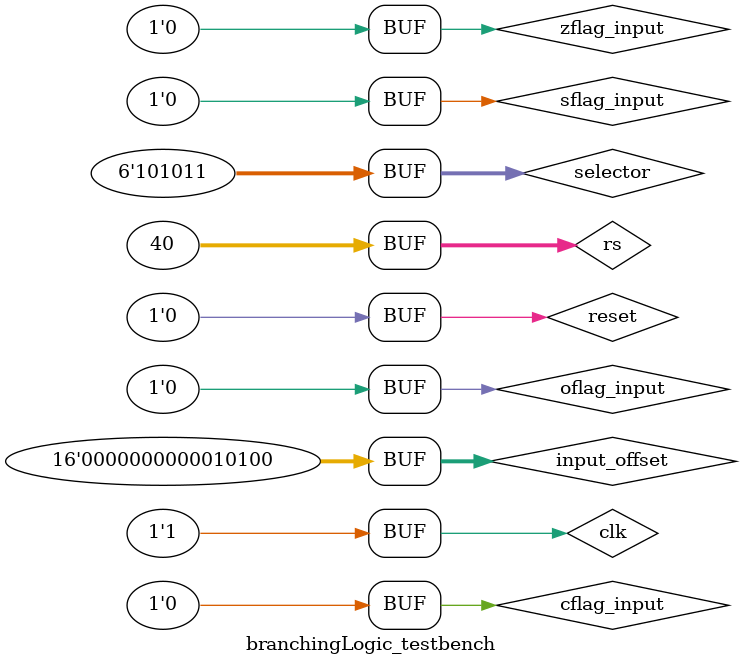
<source format=v>
`timescale 1ns / 1ps


module branchingLogic_testbench;

	// Inputs
	reg clk;
	reg [5:0] selector;
	reg [15:0] input_offset;
	reg [31:0] rs;
	reg reset;
	reg zflag_input;
	reg oflag_input;
	reg cflag_input;
	reg sflag_input;

	// Outputs
	wire [15:0] output_offset;
	wire branch_flag;

	// Instantiate the Unit Under Test (UUT)
	branchingLogic uut (
		.clk(clk), 
		.selector(selector), 
		.input_offset(input_offset), 
		.rs(rs), 
		.reset(reset), 
		.zflag_input(zflag_input), 
		.oflag_input(oflag_input), 
		.cflag_input(cflag_input), 
		.sflag_input(sflag_input), 
		.output_offset(output_offset), 
		.branch_flag(branch_flag)
	);

	initial begin
		// Initialize Inputs
		clk = 0;
		selector = 0;
		input_offset = 0;
		rs = 0;
		reset = 0;
		zflag_input = 0;
		oflag_input = 0;
		cflag_input = 0;
		sflag_input = 0;

		// Wait 100 ns for global reset to finish
		#100;
        
		// Add stimulus here
		$monitor("clk = %b, selector=%b,input_offset=%b,rs=%b,cflag_input=%b,zflag_input=%b,sflag_input=%b,oflag_input=%b,output_offset=%b,branch_flag=%b",clk,selector,input_offset,rs,cflag_input,zflag_input,sflag_input,oflag_input,output_offset,branch_flag);
			
			
			// Exhaustive tests! 2 clks for all instructions due to flip flops
			
			#10 clk = 0; selector = 6'b100000; input_offset = 20; rs = 40; zflag_input = 0; oflag_input = 0; cflag_input = 0; sflag_input = 0; 
			#10 clk = 1; selector = 6'b100000; input_offset = 20; rs = 40; zflag_input = 0; oflag_input = 0; cflag_input = 0; sflag_input = 0; 
			#10 clk = 0; selector = 6'b100000; input_offset = 20; rs = 40; zflag_input = 0; oflag_input = 0; cflag_input = 0; sflag_input = 0; 
			#10 clk = 1; selector = 6'b100000; input_offset = 20; rs = 40; zflag_input = 0; oflag_input = 0; cflag_input = 0; sflag_input = 0; 
			
			#10 clk = 0; selector = 6'b100001; input_offset = 20; rs = 40; zflag_input = 0; oflag_input = 0; cflag_input = 0; sflag_input = 0;
			#10 clk = 1; selector = 6'b100001; input_offset = 20; rs = 40; zflag_input = 0; oflag_input = 0; cflag_input = 0; sflag_input = 0;
			#10 clk = 0; selector = 6'b100001; input_offset = 20; rs = 40; zflag_input = 0; oflag_input = 0; cflag_input = 0; sflag_input = 0;
			#10 clk = 1; selector = 6'b100001; input_offset = 20; rs = 40; zflag_input = 0; oflag_input = 0; cflag_input = 0; sflag_input = 0;
			
			#10 clk = 0; selector = 6'b100010; input_offset = 20; rs = 40; zflag_input = 1; oflag_input = 0; cflag_input = 0; sflag_input = 0; //bz
			#10 clk = 1; selector = 6'b100010; input_offset = 20; rs = 40; zflag_input = 1; oflag_input = 0; cflag_input = 0; sflag_input = 0; //bz
			#10 clk = 0; selector = 6'b100010; input_offset = 20; rs = 40; zflag_input = 1; oflag_input = 0; cflag_input = 0; sflag_input = 0; //bz
			#10 clk = 1; selector = 6'b100010; input_offset = 20; rs = 40; zflag_input = 1; oflag_input = 0; cflag_input = 0; sflag_input = 0; //bz
			
			#10 clk = 0; selector = 6'b100010; input_offset = 20; rs = 40; zflag_input = 0; oflag_input = 0; cflag_input = 0; sflag_input = 0;
			#10 clk = 1; selector = 6'b100010; input_offset = 20; rs = 40; zflag_input = 0; oflag_input = 0; cflag_input = 0; sflag_input = 0;
			#10 clk = 0; selector = 6'b100010; input_offset = 20; rs = 40; zflag_input = 0; oflag_input = 0; cflag_input = 0; sflag_input = 0;
			#10 clk = 1; selector = 6'b100010; input_offset = 20; rs = 40; zflag_input = 0; oflag_input = 0; cflag_input = 0; sflag_input = 0;
			
			#10 clk = 0; selector = 6'b100011; input_offset = 20; rs = 40; zflag_input = 0; oflag_input = 0; cflag_input = 0; sflag_input = 0; //bnz
			#10 clk = 1; selector = 6'b100011; input_offset = 20; rs = 40; zflag_input = 0; oflag_input = 0; cflag_input = 0; sflag_input = 0; //bnz
			#10 clk = 0; selector = 6'b100011; input_offset = 20; rs = 40; zflag_input = 0; oflag_input = 0; cflag_input = 0; sflag_input = 0; //bnz
			#10 clk = 1; selector = 6'b100011; input_offset = 20; rs = 40; zflag_input = 0; oflag_input = 0; cflag_input = 0; sflag_input = 0; //bnz
			
			#10 clk = 0; selector = 6'b100011; input_offset = 20; rs = 40; zflag_input = 1; oflag_input = 0; cflag_input = 0; sflag_input = 0;			
			#10 clk = 1; selector = 6'b100011; input_offset = 20; rs = 40; zflag_input = 1; oflag_input = 0; cflag_input = 0; sflag_input = 0;			
			#10 clk = 0; selector = 6'b100011; input_offset = 20; rs = 40; zflag_input = 1; oflag_input = 0; cflag_input = 0; sflag_input = 0;			
			#10 clk = 1; selector = 6'b100011; input_offset = 20; rs = 40; zflag_input = 1; oflag_input = 0; cflag_input = 0; sflag_input = 0;			
			
			#10 clk = 0; selector = 6'b100100; input_offset = 20; rs = 40; zflag_input = 0; oflag_input = 0; cflag_input = 1; sflag_input = 0; //bcy
			#10 clk = 1; selector = 6'b100100; input_offset = 20; rs = 40; zflag_input = 0; oflag_input = 0; cflag_input = 1; sflag_input = 0; //bcy
			#10 clk = 0; selector = 6'b100100; input_offset = 20; rs = 40; zflag_input = 0; oflag_input = 0; cflag_input = 1; sflag_input = 0; //bcy
			#10 clk = 1; selector = 6'b100100; input_offset = 20; rs = 40; zflag_input = 0; oflag_input = 0; cflag_input = 1; sflag_input = 0; //bcy
			
			#10 clk = 0; selector = 6'b100100; input_offset = 20; rs = 40; zflag_input = 0; oflag_input = 0; cflag_input = 0; sflag_input = 0;
			#10 clk = 1; selector = 6'b100100; input_offset = 20; rs = 40; zflag_input = 0; oflag_input = 0; cflag_input = 0; sflag_input = 0;
			#10 clk = 0; selector = 6'b100100; input_offset = 20; rs = 40; zflag_input = 0; oflag_input = 0; cflag_input = 0; sflag_input = 0;
			#10 clk = 1; selector = 6'b100100; input_offset = 20; rs = 40; zflag_input = 0; oflag_input = 0; cflag_input = 0; sflag_input = 0;
			
			#10 clk = 0; selector = 6'b100101; input_offset = 20; rs = 40; zflag_input = 0; oflag_input = 0; cflag_input = 0; sflag_input = 0; //bncy
			#10 clk = 1; selector = 6'b100101; input_offset = 20; rs = 40; zflag_input = 0; oflag_input = 0; cflag_input = 0; sflag_input = 0; //bncy
			#10 clk = 0; selector = 6'b100101; input_offset = 20; rs = 40; zflag_input = 0; oflag_input = 0; cflag_input = 0; sflag_input = 0; //bncy
			#10 clk = 1; selector = 6'b100101; input_offset = 20; rs = 40; zflag_input = 0; oflag_input = 0; cflag_input = 0; sflag_input = 0; //bncy
			
			#10 clk = 0; selector = 6'b100101; input_offset = 20; rs = 40; zflag_input = 0; oflag_input = 0; cflag_input = 1; sflag_input = 0;			
			#10 clk = 1; selector = 6'b100101; input_offset = 20; rs = 40; zflag_input = 0; oflag_input = 0; cflag_input = 1; sflag_input = 0;			
			#10 clk = 0; selector = 6'b100101; input_offset = 20; rs = 40; zflag_input = 0; oflag_input = 0; cflag_input = 1; sflag_input = 0;			
			#10 clk = 1; selector = 6'b100101; input_offset = 20; rs = 40; zflag_input = 0; oflag_input = 0; cflag_input = 1; sflag_input = 0;			
			
			#10 clk = 0; selector = 6'b100110; input_offset = 20; rs = 40; zflag_input = 0; oflag_input = 0; cflag_input = 0; sflag_input = 1; //bs
			#10 clk = 1; selector = 6'b100110; input_offset = 20; rs = 40; zflag_input = 0; oflag_input = 0; cflag_input = 0; sflag_input = 1; //bs
			#10 clk = 0; selector = 6'b100110; input_offset = 20; rs = 40; zflag_input = 0; oflag_input = 0; cflag_input = 0; sflag_input = 1; //bs
			#10 clk = 1; selector = 6'b100110; input_offset = 20; rs = 40; zflag_input = 0; oflag_input = 0; cflag_input = 0; sflag_input = 1; //bs
			
			#10 clk = 0; selector = 6'b100110; input_offset = 20; rs = 40; zflag_input = 0; oflag_input = 0; cflag_input = 0; sflag_input = 0;
			#10 clk = 1; selector = 6'b100110; input_offset = 20; rs = 40; zflag_input = 0; oflag_input = 0; cflag_input = 0; sflag_input = 0;
			#10 clk = 0; selector = 6'b100110; input_offset = 20; rs = 40; zflag_input = 0; oflag_input = 0; cflag_input = 0; sflag_input = 0;
			#10 clk = 1; selector = 6'b100110; input_offset = 20; rs = 40; zflag_input = 0; oflag_input = 0; cflag_input = 0; sflag_input = 0;
			
			#10 clk = 0; selector = 6'b100111; input_offset = 20; rs = 40; zflag_input = 0; oflag_input = 0; cflag_input = 0; sflag_input = 0; //bns
			#10 clk = 1; selector = 6'b100111; input_offset = 20; rs = 40; zflag_input = 0; oflag_input = 0; cflag_input = 0; sflag_input = 0; //bns
			#10 clk = 0; selector = 6'b100111; input_offset = 20; rs = 40; zflag_input = 0; oflag_input = 0; cflag_input = 0; sflag_input = 0; //bns
			#10 clk = 1; selector = 6'b100111; input_offset = 20; rs = 40; zflag_input = 0; oflag_input = 0; cflag_input = 0; sflag_input = 0; //bns
			
			#10 clk = 0; selector = 6'b100111; input_offset = 20; rs = 40; zflag_input = 0; oflag_input = 0; cflag_input = 0; sflag_input = 1;
			#10 clk = 1; selector = 6'b100111; input_offset = 20; rs = 40; zflag_input = 0; oflag_input = 0; cflag_input = 0; sflag_input = 1;
			#10 clk = 0; selector = 6'b100111; input_offset = 20; rs = 40; zflag_input = 0; oflag_input = 0; cflag_input = 0; sflag_input = 1;
			#10 clk = 1; selector = 6'b100111; input_offset = 20; rs = 40; zflag_input = 0; oflag_input = 0; cflag_input = 0; sflag_input = 1;
			
			#10 clk = 0; selector = 6'b101000; input_offset = 20; rs = 40; zflag_input = 0; oflag_input = 1; cflag_input = 0; sflag_input = 0; //bv
			#10 clk = 1; selector = 6'b101000; input_offset = 20; rs = 40; zflag_input = 0; oflag_input = 1; cflag_input = 0; sflag_input = 0; //bv
			#10 clk = 0; selector = 6'b101000; input_offset = 20; rs = 40; zflag_input = 0; oflag_input = 1; cflag_input = 0; sflag_input = 0; //bv
			#10 clk = 1; selector = 6'b101000; input_offset = 20; rs = 40; zflag_input = 0; oflag_input = 1; cflag_input = 0; sflag_input = 0; //bv
			
			#10 clk = 0; selector = 6'b101000; input_offset = 20; rs = 40; zflag_input = 0; oflag_input = 0; cflag_input = 0; sflag_input = 0;
			#10 clk = 1; selector = 6'b101000; input_offset = 20; rs = 40; zflag_input = 0; oflag_input = 0; cflag_input = 0; sflag_input = 0;
			#10 clk = 0; selector = 6'b101000; input_offset = 20; rs = 40; zflag_input = 0; oflag_input = 0; cflag_input = 0; sflag_input = 0;
			#10 clk = 1; selector = 6'b101000; input_offset = 20; rs = 40; zflag_input = 0; oflag_input = 0; cflag_input = 0; sflag_input = 0;
			
			#10 clk = 0; selector = 6'b101001; input_offset = 20; rs = 40; zflag_input = 0; oflag_input = 0; cflag_input = 0; sflag_input = 0; //bnv
			#10 clk = 1; selector = 6'b101001; input_offset = 20; rs = 40; zflag_input = 0; oflag_input = 0; cflag_input = 0; sflag_input = 0; //bnv
			#10 clk = 0; selector = 6'b101001; input_offset = 20; rs = 40; zflag_input = 0; oflag_input = 0; cflag_input = 0; sflag_input = 0; //bnv
			#10 clk = 1; selector = 6'b101001; input_offset = 20; rs = 40; zflag_input = 0; oflag_input = 0; cflag_input = 0; sflag_input = 0; //bnv
			
			#10 clk = 0; selector = 6'b101001; input_offset = 20; rs = 40; zflag_input = 0; oflag_input = 1; cflag_input = 0; sflag_input = 0;
			#10 clk = 1; selector = 6'b101001; input_offset = 20; rs = 40; zflag_input = 0; oflag_input = 1; cflag_input = 0; sflag_input = 0;
			#10 clk = 0; selector = 6'b101001; input_offset = 20; rs = 40; zflag_input = 0; oflag_input = 1; cflag_input = 0; sflag_input = 0;
			#10 clk = 1; selector = 6'b101001; input_offset = 20; rs = 40; zflag_input = 0; oflag_input = 1; cflag_input = 0; sflag_input = 0;
			
			#10 clk = 0; selector = 6'b101010; input_offset = 20; rs = 40; zflag_input = 0; oflag_input = 0; cflag_input = 0; sflag_input = 0; //Call
			#10 clk = 1; selector = 6'b101010; input_offset = 20; rs = 40; zflag_input = 0; oflag_input = 0; cflag_input = 0; sflag_input = 0; //Call
			#10 clk = 0; selector = 6'b101010; input_offset = 20; rs = 40; zflag_input = 0; oflag_input = 0; cflag_input = 0; sflag_input = 0; //Call
			#10 clk = 1; selector = 6'b101010; input_offset = 20; rs = 40; zflag_input = 0; oflag_input = 0; cflag_input = 0; sflag_input = 0; //Call
			
			#10 clk = 0; selector = 6'b101011; input_offset = 20; rs = 40; zflag_input = 0; oflag_input = 0; cflag_input = 0; sflag_input = 0; //Ret
			#10 clk = 1; selector = 6'b101011; input_offset = 20; rs = 40; zflag_input = 0; oflag_input = 0; cflag_input = 0; sflag_input = 0; //Ret
			#10 clk = 0; selector = 6'b101011; input_offset = 20; rs = 40; zflag_input = 0; oflag_input = 0; cflag_input = 0; sflag_input = 0; //Ret
			#10 clk = 1; selector = 6'b101011; input_offset = 20; rs = 40; zflag_input = 0; oflag_input = 0; cflag_input = 0; sflag_input = 0; //Ret
			
			#10;
	end
      
endmodule


</source>
